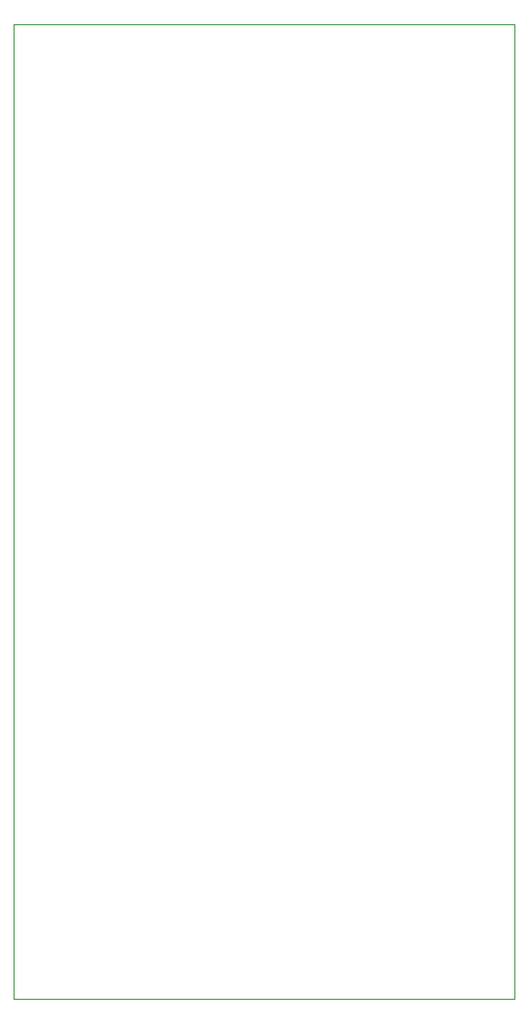
<source format=gbr>
%TF.GenerationSoftware,KiCad,Pcbnew,7.0.10+dfsg-1*%
%TF.CreationDate,2024-01-31T12:43:45+01:00*%
%TF.ProjectId,pcb_chibi,7063625f-6368-4696-9269-2e6b69636164,rev?*%
%TF.SameCoordinates,Original*%
%TF.FileFunction,Profile,NP*%
%FSLAX46Y46*%
G04 Gerber Fmt 4.6, Leading zero omitted, Abs format (unit mm)*
G04 Created by KiCad (PCBNEW 7.0.10+dfsg-1) date 2024-01-31 12:43:45*
%MOMM*%
%LPD*%
G01*
G04 APERTURE LIST*
%TA.AperFunction,Profile*%
%ADD10C,0.100000*%
%TD*%
G04 APERTURE END LIST*
D10*
X109220000Y-62230000D02*
X153035000Y-62230000D01*
X153035000Y-147320000D01*
X109220000Y-147320000D01*
X109220000Y-62230000D01*
M02*

</source>
